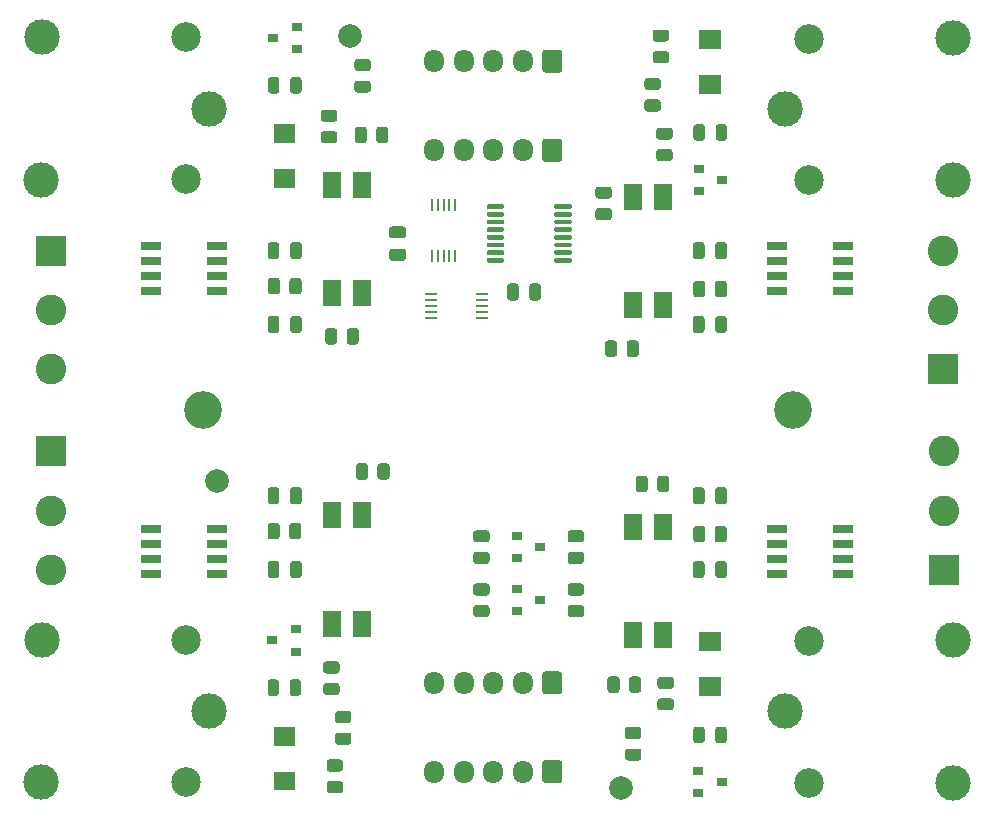
<source format=gts>
G04 #@! TF.GenerationSoftware,KiCad,Pcbnew,5.1.10*
G04 #@! TF.CreationDate,2021-06-18T04:30:29+02:00*
G04 #@! TF.ProjectId,power-extender,706f7765-722d-4657-9874-656e6465722e,1*
G04 #@! TF.SameCoordinates,Original*
G04 #@! TF.FileFunction,Soldermask,Top*
G04 #@! TF.FilePolarity,Negative*
%FSLAX46Y46*%
G04 Gerber Fmt 4.6, Leading zero omitted, Abs format (unit mm)*
G04 Created by KiCad (PCBNEW 5.1.10) date 2021-06-18 04:30:29*
%MOMM*%
%LPD*%
G01*
G04 APERTURE LIST*
%ADD10R,1.750000X0.650000*%
%ADD11C,0.150000*%
%ADD12R,0.250000X1.100000*%
%ADD13R,1.100000X0.250000*%
%ADD14R,0.900000X0.800000*%
%ADD15C,3.000000*%
%ADD16C,2.500000*%
%ADD17R,1.500000X2.200000*%
%ADD18C,2.600000*%
%ADD19R,2.600000X2.600000*%
%ADD20C,2.000000*%
%ADD21O,1.700000X1.950000*%
%ADD22C,3.200000*%
G04 APERTURE END LIST*
D10*
X119450000Y-90405000D03*
X125050000Y-90405000D03*
X119450000Y-89135000D03*
X125050000Y-89135000D03*
X119450000Y-87865000D03*
X125050000Y-87865000D03*
X119450000Y-86595000D03*
X125050000Y-86595000D03*
X178050000Y-86595000D03*
X172450000Y-86595000D03*
X178050000Y-87865000D03*
X172450000Y-87865000D03*
X178050000Y-89135000D03*
X172450000Y-89135000D03*
X178050000Y-90405000D03*
X172450000Y-90405000D03*
D11*
G36*
X165850000Y-69900000D02*
G01*
X165850000Y-68300000D01*
X167650000Y-68300000D01*
X167650000Y-69900000D01*
X165850000Y-69900000D01*
G37*
G36*
X165850000Y-73700000D02*
G01*
X165850000Y-72100000D01*
X167650000Y-72100000D01*
X167650000Y-73700000D01*
X165850000Y-73700000D01*
G37*
G36*
X165850000Y-120900000D02*
G01*
X165850000Y-119300000D01*
X167650000Y-119300000D01*
X167650000Y-120900000D01*
X165850000Y-120900000D01*
G37*
G36*
X165850000Y-124700000D02*
G01*
X165850000Y-123100000D01*
X167650000Y-123100000D01*
X167650000Y-124700000D01*
X165850000Y-124700000D01*
G37*
G36*
X131650000Y-131100000D02*
G01*
X131650000Y-132700000D01*
X129850000Y-132700000D01*
X129850000Y-131100000D01*
X131650000Y-131100000D01*
G37*
G36*
X131650000Y-127300000D02*
G01*
X131650000Y-128900000D01*
X129850000Y-128900000D01*
X129850000Y-127300000D01*
X131650000Y-127300000D01*
G37*
G36*
X131650000Y-80100000D02*
G01*
X131650000Y-81700000D01*
X129850000Y-81700000D01*
X129850000Y-80100000D01*
X131650000Y-80100000D01*
G37*
G36*
X131650000Y-76300000D02*
G01*
X131650000Y-77900000D01*
X129850000Y-77900000D01*
X129850000Y-76300000D01*
X131650000Y-76300000D01*
G37*
G36*
G01*
X135150001Y-122800000D02*
X134249999Y-122800000D01*
G75*
G02*
X134000000Y-122550001I0J249999D01*
G01*
X134000000Y-122024999D01*
G75*
G02*
X134249999Y-121775000I249999J0D01*
G01*
X135150001Y-121775000D01*
G75*
G02*
X135400000Y-122024999I0J-249999D01*
G01*
X135400000Y-122550001D01*
G75*
G02*
X135150001Y-122800000I-249999J0D01*
G01*
G37*
G36*
G01*
X135150001Y-124625000D02*
X134249999Y-124625000D01*
G75*
G02*
X134000000Y-124375001I0J249999D01*
G01*
X134000000Y-123849999D01*
G75*
G02*
X134249999Y-123600000I249999J0D01*
G01*
X135150001Y-123600000D01*
G75*
G02*
X135400000Y-123849999I0J-249999D01*
G01*
X135400000Y-124375001D01*
G75*
G02*
X135150001Y-124625000I-249999J0D01*
G01*
G37*
G36*
G01*
X135450001Y-131100000D02*
X134549999Y-131100000D01*
G75*
G02*
X134300000Y-130850001I0J249999D01*
G01*
X134300000Y-130324999D01*
G75*
G02*
X134549999Y-130075000I249999J0D01*
G01*
X135450001Y-130075000D01*
G75*
G02*
X135700000Y-130324999I0J-249999D01*
G01*
X135700000Y-130850001D01*
G75*
G02*
X135450001Y-131100000I-249999J0D01*
G01*
G37*
G36*
G01*
X135450001Y-132925000D02*
X134549999Y-132925000D01*
G75*
G02*
X134300000Y-132675001I0J249999D01*
G01*
X134300000Y-132149999D01*
G75*
G02*
X134549999Y-131900000I249999J0D01*
G01*
X135450001Y-131900000D01*
G75*
G02*
X135700000Y-132149999I0J-249999D01*
G01*
X135700000Y-132675001D01*
G75*
G02*
X135450001Y-132925000I-249999J0D01*
G01*
G37*
G36*
G01*
X135249999Y-127800000D02*
X136150001Y-127800000D01*
G75*
G02*
X136400000Y-128049999I0J-249999D01*
G01*
X136400000Y-128575001D01*
G75*
G02*
X136150001Y-128825000I-249999J0D01*
G01*
X135249999Y-128825000D01*
G75*
G02*
X135000000Y-128575001I0J249999D01*
G01*
X135000000Y-128049999D01*
G75*
G02*
X135249999Y-127800000I249999J0D01*
G01*
G37*
G36*
G01*
X135249999Y-125975000D02*
X136150001Y-125975000D01*
G75*
G02*
X136400000Y-126224999I0J-249999D01*
G01*
X136400000Y-126750001D01*
G75*
G02*
X136150001Y-127000000I-249999J0D01*
G01*
X135249999Y-127000000D01*
G75*
G02*
X135000000Y-126750001I0J249999D01*
G01*
X135000000Y-126224999D01*
G75*
G02*
X135249999Y-125975000I249999J0D01*
G01*
G37*
G36*
G01*
X137700000Y-76749999D02*
X137700000Y-77650001D01*
G75*
G02*
X137450001Y-77900000I-249999J0D01*
G01*
X136924999Y-77900000D01*
G75*
G02*
X136675000Y-77650001I0J249999D01*
G01*
X136675000Y-76749999D01*
G75*
G02*
X136924999Y-76500000I249999J0D01*
G01*
X137450001Y-76500000D01*
G75*
G02*
X137700000Y-76749999I0J-249999D01*
G01*
G37*
G36*
G01*
X139525000Y-76749999D02*
X139525000Y-77650001D01*
G75*
G02*
X139275001Y-77900000I-249999J0D01*
G01*
X138749999Y-77900000D01*
G75*
G02*
X138500000Y-77650001I0J249999D01*
G01*
X138500000Y-76749999D01*
G75*
G02*
X138749999Y-76500000I249999J0D01*
G01*
X139275001Y-76500000D01*
G75*
G02*
X139525000Y-76749999I0J-249999D01*
G01*
G37*
G36*
G01*
X137800001Y-71800000D02*
X136899999Y-71800000D01*
G75*
G02*
X136650000Y-71550001I0J249999D01*
G01*
X136650000Y-71024999D01*
G75*
G02*
X136899999Y-70775000I249999J0D01*
G01*
X137800001Y-70775000D01*
G75*
G02*
X138050000Y-71024999I0J-249999D01*
G01*
X138050000Y-71550001D01*
G75*
G02*
X137800001Y-71800000I-249999J0D01*
G01*
G37*
G36*
G01*
X137800001Y-73625000D02*
X136899999Y-73625000D01*
G75*
G02*
X136650000Y-73375001I0J249999D01*
G01*
X136650000Y-72849999D01*
G75*
G02*
X136899999Y-72600000I249999J0D01*
G01*
X137800001Y-72600000D01*
G75*
G02*
X138050000Y-72849999I0J-249999D01*
G01*
X138050000Y-73375001D01*
G75*
G02*
X137800001Y-73625000I-249999J0D01*
G01*
G37*
D12*
X145200000Y-87450000D03*
X144700000Y-87450000D03*
X144200000Y-87450000D03*
X143700000Y-87450000D03*
X143200000Y-87450000D03*
X143200000Y-83150000D03*
X143700000Y-83150000D03*
X144200000Y-83150000D03*
X144700000Y-83150000D03*
X145200000Y-83150000D03*
G36*
G01*
X153575000Y-83375000D02*
X153575000Y-83175000D01*
G75*
G02*
X153675000Y-83075000I100000J0D01*
G01*
X154950000Y-83075000D01*
G75*
G02*
X155050000Y-83175000I0J-100000D01*
G01*
X155050000Y-83375000D01*
G75*
G02*
X154950000Y-83475000I-100000J0D01*
G01*
X153675000Y-83475000D01*
G75*
G02*
X153575000Y-83375000I0J100000D01*
G01*
G37*
G36*
G01*
X153575000Y-84025000D02*
X153575000Y-83825000D01*
G75*
G02*
X153675000Y-83725000I100000J0D01*
G01*
X154950000Y-83725000D01*
G75*
G02*
X155050000Y-83825000I0J-100000D01*
G01*
X155050000Y-84025000D01*
G75*
G02*
X154950000Y-84125000I-100000J0D01*
G01*
X153675000Y-84125000D01*
G75*
G02*
X153575000Y-84025000I0J100000D01*
G01*
G37*
G36*
G01*
X153575000Y-84675000D02*
X153575000Y-84475000D01*
G75*
G02*
X153675000Y-84375000I100000J0D01*
G01*
X154950000Y-84375000D01*
G75*
G02*
X155050000Y-84475000I0J-100000D01*
G01*
X155050000Y-84675000D01*
G75*
G02*
X154950000Y-84775000I-100000J0D01*
G01*
X153675000Y-84775000D01*
G75*
G02*
X153575000Y-84675000I0J100000D01*
G01*
G37*
G36*
G01*
X153575000Y-85325000D02*
X153575000Y-85125000D01*
G75*
G02*
X153675000Y-85025000I100000J0D01*
G01*
X154950000Y-85025000D01*
G75*
G02*
X155050000Y-85125000I0J-100000D01*
G01*
X155050000Y-85325000D01*
G75*
G02*
X154950000Y-85425000I-100000J0D01*
G01*
X153675000Y-85425000D01*
G75*
G02*
X153575000Y-85325000I0J100000D01*
G01*
G37*
G36*
G01*
X153575000Y-85975000D02*
X153575000Y-85775000D01*
G75*
G02*
X153675000Y-85675000I100000J0D01*
G01*
X154950000Y-85675000D01*
G75*
G02*
X155050000Y-85775000I0J-100000D01*
G01*
X155050000Y-85975000D01*
G75*
G02*
X154950000Y-86075000I-100000J0D01*
G01*
X153675000Y-86075000D01*
G75*
G02*
X153575000Y-85975000I0J100000D01*
G01*
G37*
G36*
G01*
X153575000Y-86625000D02*
X153575000Y-86425000D01*
G75*
G02*
X153675000Y-86325000I100000J0D01*
G01*
X154950000Y-86325000D01*
G75*
G02*
X155050000Y-86425000I0J-100000D01*
G01*
X155050000Y-86625000D01*
G75*
G02*
X154950000Y-86725000I-100000J0D01*
G01*
X153675000Y-86725000D01*
G75*
G02*
X153575000Y-86625000I0J100000D01*
G01*
G37*
G36*
G01*
X153575000Y-87275000D02*
X153575000Y-87075000D01*
G75*
G02*
X153675000Y-86975000I100000J0D01*
G01*
X154950000Y-86975000D01*
G75*
G02*
X155050000Y-87075000I0J-100000D01*
G01*
X155050000Y-87275000D01*
G75*
G02*
X154950000Y-87375000I-100000J0D01*
G01*
X153675000Y-87375000D01*
G75*
G02*
X153575000Y-87275000I0J100000D01*
G01*
G37*
G36*
G01*
X153575000Y-87925000D02*
X153575000Y-87725000D01*
G75*
G02*
X153675000Y-87625000I100000J0D01*
G01*
X154950000Y-87625000D01*
G75*
G02*
X155050000Y-87725000I0J-100000D01*
G01*
X155050000Y-87925000D01*
G75*
G02*
X154950000Y-88025000I-100000J0D01*
G01*
X153675000Y-88025000D01*
G75*
G02*
X153575000Y-87925000I0J100000D01*
G01*
G37*
G36*
G01*
X147850000Y-87925000D02*
X147850000Y-87725000D01*
G75*
G02*
X147950000Y-87625000I100000J0D01*
G01*
X149225000Y-87625000D01*
G75*
G02*
X149325000Y-87725000I0J-100000D01*
G01*
X149325000Y-87925000D01*
G75*
G02*
X149225000Y-88025000I-100000J0D01*
G01*
X147950000Y-88025000D01*
G75*
G02*
X147850000Y-87925000I0J100000D01*
G01*
G37*
G36*
G01*
X147850000Y-87275000D02*
X147850000Y-87075000D01*
G75*
G02*
X147950000Y-86975000I100000J0D01*
G01*
X149225000Y-86975000D01*
G75*
G02*
X149325000Y-87075000I0J-100000D01*
G01*
X149325000Y-87275000D01*
G75*
G02*
X149225000Y-87375000I-100000J0D01*
G01*
X147950000Y-87375000D01*
G75*
G02*
X147850000Y-87275000I0J100000D01*
G01*
G37*
G36*
G01*
X147850000Y-86625000D02*
X147850000Y-86425000D01*
G75*
G02*
X147950000Y-86325000I100000J0D01*
G01*
X149225000Y-86325000D01*
G75*
G02*
X149325000Y-86425000I0J-100000D01*
G01*
X149325000Y-86625000D01*
G75*
G02*
X149225000Y-86725000I-100000J0D01*
G01*
X147950000Y-86725000D01*
G75*
G02*
X147850000Y-86625000I0J100000D01*
G01*
G37*
G36*
G01*
X147850000Y-85975000D02*
X147850000Y-85775000D01*
G75*
G02*
X147950000Y-85675000I100000J0D01*
G01*
X149225000Y-85675000D01*
G75*
G02*
X149325000Y-85775000I0J-100000D01*
G01*
X149325000Y-85975000D01*
G75*
G02*
X149225000Y-86075000I-100000J0D01*
G01*
X147950000Y-86075000D01*
G75*
G02*
X147850000Y-85975000I0J100000D01*
G01*
G37*
G36*
G01*
X147850000Y-85325000D02*
X147850000Y-85125000D01*
G75*
G02*
X147950000Y-85025000I100000J0D01*
G01*
X149225000Y-85025000D01*
G75*
G02*
X149325000Y-85125000I0J-100000D01*
G01*
X149325000Y-85325000D01*
G75*
G02*
X149225000Y-85425000I-100000J0D01*
G01*
X147950000Y-85425000D01*
G75*
G02*
X147850000Y-85325000I0J100000D01*
G01*
G37*
G36*
G01*
X147850000Y-84675000D02*
X147850000Y-84475000D01*
G75*
G02*
X147950000Y-84375000I100000J0D01*
G01*
X149225000Y-84375000D01*
G75*
G02*
X149325000Y-84475000I0J-100000D01*
G01*
X149325000Y-84675000D01*
G75*
G02*
X149225000Y-84775000I-100000J0D01*
G01*
X147950000Y-84775000D01*
G75*
G02*
X147850000Y-84675000I0J100000D01*
G01*
G37*
G36*
G01*
X147850000Y-84025000D02*
X147850000Y-83825000D01*
G75*
G02*
X147950000Y-83725000I100000J0D01*
G01*
X149225000Y-83725000D01*
G75*
G02*
X149325000Y-83825000I0J-100000D01*
G01*
X149325000Y-84025000D01*
G75*
G02*
X149225000Y-84125000I-100000J0D01*
G01*
X147950000Y-84125000D01*
G75*
G02*
X147850000Y-84025000I0J100000D01*
G01*
G37*
G36*
G01*
X147850000Y-83375000D02*
X147850000Y-83175000D01*
G75*
G02*
X147950000Y-83075000I100000J0D01*
G01*
X149225000Y-83075000D01*
G75*
G02*
X149325000Y-83175000I0J-100000D01*
G01*
X149325000Y-83375000D01*
G75*
G02*
X149225000Y-83475000I-100000J0D01*
G01*
X147950000Y-83475000D01*
G75*
G02*
X147850000Y-83375000I0J100000D01*
G01*
G37*
G36*
G01*
X159900000Y-124200001D02*
X159900000Y-123299999D01*
G75*
G02*
X160149999Y-123050000I249999J0D01*
G01*
X160675001Y-123050000D01*
G75*
G02*
X160925000Y-123299999I0J-249999D01*
G01*
X160925000Y-124200001D01*
G75*
G02*
X160675001Y-124450000I-249999J0D01*
G01*
X160149999Y-124450000D01*
G75*
G02*
X159900000Y-124200001I0J249999D01*
G01*
G37*
G36*
G01*
X158075000Y-124200001D02*
X158075000Y-123299999D01*
G75*
G02*
X158324999Y-123050000I249999J0D01*
G01*
X158850001Y-123050000D01*
G75*
G02*
X159100000Y-123299999I0J-249999D01*
G01*
X159100000Y-124200001D01*
G75*
G02*
X158850001Y-124450000I-249999J0D01*
G01*
X158324999Y-124450000D01*
G75*
G02*
X158075000Y-124200001I0J249999D01*
G01*
G37*
D13*
X147450000Y-90700000D03*
X147450000Y-91200000D03*
X147450000Y-91700000D03*
X147450000Y-92200000D03*
X147450000Y-92700000D03*
X143150000Y-92700000D03*
X143150000Y-92200000D03*
X143150000Y-91700000D03*
X143150000Y-91200000D03*
X143150000Y-90700000D03*
D14*
X167800000Y-81000000D03*
X165800000Y-81950000D03*
X165800000Y-80050000D03*
G36*
G01*
X162149999Y-70100000D02*
X163050001Y-70100000D01*
G75*
G02*
X163300000Y-70349999I0J-249999D01*
G01*
X163300000Y-70875001D01*
G75*
G02*
X163050001Y-71125000I-249999J0D01*
G01*
X162149999Y-71125000D01*
G75*
G02*
X161900000Y-70875001I0J249999D01*
G01*
X161900000Y-70349999D01*
G75*
G02*
X162149999Y-70100000I249999J0D01*
G01*
G37*
G36*
G01*
X162149999Y-68275000D02*
X163050001Y-68275000D01*
G75*
G02*
X163300000Y-68524999I0J-249999D01*
G01*
X163300000Y-69050001D01*
G75*
G02*
X163050001Y-69300000I-249999J0D01*
G01*
X162149999Y-69300000D01*
G75*
G02*
X161900000Y-69050001I0J249999D01*
G01*
X161900000Y-68524999D01*
G75*
G02*
X162149999Y-68275000I249999J0D01*
G01*
G37*
G36*
G01*
X167170000Y-90700001D02*
X167170000Y-89799999D01*
G75*
G02*
X167419999Y-89550000I249999J0D01*
G01*
X167945001Y-89550000D01*
G75*
G02*
X168195000Y-89799999I0J-249999D01*
G01*
X168195000Y-90700001D01*
G75*
G02*
X167945001Y-90950000I-249999J0D01*
G01*
X167419999Y-90950000D01*
G75*
G02*
X167170000Y-90700001I0J249999D01*
G01*
G37*
G36*
G01*
X165345000Y-90700001D02*
X165345000Y-89799999D01*
G75*
G02*
X165594999Y-89550000I249999J0D01*
G01*
X166120001Y-89550000D01*
G75*
G02*
X166370000Y-89799999I0J-249999D01*
G01*
X166370000Y-90700001D01*
G75*
G02*
X166120001Y-90950000I-249999J0D01*
G01*
X165594999Y-90950000D01*
G75*
G02*
X165345000Y-90700001I0J249999D01*
G01*
G37*
D15*
X173150000Y-75000000D03*
D16*
X175100000Y-69050000D03*
D15*
X187350000Y-69000000D03*
X187300000Y-81050000D03*
D16*
X175100000Y-81050000D03*
G36*
G01*
X166330000Y-76543750D02*
X166330000Y-77456250D01*
G75*
G02*
X166086250Y-77700000I-243750J0D01*
G01*
X165598750Y-77700000D01*
G75*
G02*
X165355000Y-77456250I0J243750D01*
G01*
X165355000Y-76543750D01*
G75*
G02*
X165598750Y-76300000I243750J0D01*
G01*
X166086250Y-76300000D01*
G75*
G02*
X166330000Y-76543750I0J-243750D01*
G01*
G37*
G36*
G01*
X168205000Y-76543750D02*
X168205000Y-77456250D01*
G75*
G02*
X167961250Y-77700000I-243750J0D01*
G01*
X167473750Y-77700000D01*
G75*
G02*
X167230000Y-77456250I0J243750D01*
G01*
X167230000Y-76543750D01*
G75*
G02*
X167473750Y-76300000I243750J0D01*
G01*
X167961250Y-76300000D01*
G75*
G02*
X168205000Y-76543750I0J-243750D01*
G01*
G37*
G36*
G01*
X162449999Y-78400000D02*
X163350001Y-78400000D01*
G75*
G02*
X163600000Y-78649999I0J-249999D01*
G01*
X163600000Y-79175001D01*
G75*
G02*
X163350001Y-79425000I-249999J0D01*
G01*
X162449999Y-79425000D01*
G75*
G02*
X162200000Y-79175001I0J249999D01*
G01*
X162200000Y-78649999D01*
G75*
G02*
X162449999Y-78400000I249999J0D01*
G01*
G37*
G36*
G01*
X162449999Y-76575000D02*
X163350001Y-76575000D01*
G75*
G02*
X163600000Y-76824999I0J-249999D01*
G01*
X163600000Y-77350001D01*
G75*
G02*
X163350001Y-77600000I-249999J0D01*
G01*
X162449999Y-77600000D01*
G75*
G02*
X162200000Y-77350001I0J249999D01*
G01*
X162200000Y-76824999D01*
G75*
G02*
X162449999Y-76575000I249999J0D01*
G01*
G37*
D17*
X162770000Y-91580000D03*
X162770000Y-82420000D03*
X160230000Y-91580000D03*
X160230000Y-82420000D03*
G36*
G01*
X166300000Y-92775000D02*
X166300000Y-93725000D01*
G75*
G02*
X166050000Y-93975000I-250000J0D01*
G01*
X165550000Y-93975000D01*
G75*
G02*
X165300000Y-93725000I0J250000D01*
G01*
X165300000Y-92775000D01*
G75*
G02*
X165550000Y-92525000I250000J0D01*
G01*
X166050000Y-92525000D01*
G75*
G02*
X166300000Y-92775000I0J-250000D01*
G01*
G37*
G36*
G01*
X168200000Y-92775000D02*
X168200000Y-93725000D01*
G75*
G02*
X167950000Y-93975000I-250000J0D01*
G01*
X167450000Y-93975000D01*
G75*
G02*
X167200000Y-93725000I0J250000D01*
G01*
X167200000Y-92775000D01*
G75*
G02*
X167450000Y-92525000I250000J0D01*
G01*
X167950000Y-92525000D01*
G75*
G02*
X168200000Y-92775000I0J-250000D01*
G01*
G37*
G36*
G01*
X167200000Y-87475000D02*
X167200000Y-86525000D01*
G75*
G02*
X167450000Y-86275000I250000J0D01*
G01*
X167950000Y-86275000D01*
G75*
G02*
X168200000Y-86525000I0J-250000D01*
G01*
X168200000Y-87475000D01*
G75*
G02*
X167950000Y-87725000I-250000J0D01*
G01*
X167450000Y-87725000D01*
G75*
G02*
X167200000Y-87475000I0J250000D01*
G01*
G37*
G36*
G01*
X165300000Y-87475000D02*
X165300000Y-86525000D01*
G75*
G02*
X165550000Y-86275000I250000J0D01*
G01*
X166050000Y-86275000D01*
G75*
G02*
X166300000Y-86525000I0J-250000D01*
G01*
X166300000Y-87475000D01*
G75*
G02*
X166050000Y-87725000I-250000J0D01*
G01*
X165550000Y-87725000D01*
G75*
G02*
X165300000Y-87475000I0J250000D01*
G01*
G37*
D18*
X186500000Y-87000000D03*
X186500000Y-92000000D03*
D19*
X186500000Y-97000000D03*
D10*
X178050000Y-110595000D03*
X172450000Y-110595000D03*
X178050000Y-111865000D03*
X172450000Y-111865000D03*
X178050000Y-113135000D03*
X172450000Y-113135000D03*
X178050000Y-114405000D03*
X172450000Y-114405000D03*
D14*
X167750000Y-132000000D03*
X165750000Y-132950000D03*
X165750000Y-131050000D03*
G36*
G01*
X159700000Y-95750001D02*
X159700000Y-94849999D01*
G75*
G02*
X159949999Y-94600000I249999J0D01*
G01*
X160475001Y-94600000D01*
G75*
G02*
X160725000Y-94849999I0J-249999D01*
G01*
X160725000Y-95750001D01*
G75*
G02*
X160475001Y-96000000I-249999J0D01*
G01*
X159949999Y-96000000D01*
G75*
G02*
X159700000Y-95750001I0J249999D01*
G01*
G37*
G36*
G01*
X157875000Y-95750001D02*
X157875000Y-94849999D01*
G75*
G02*
X158124999Y-94600000I249999J0D01*
G01*
X158650001Y-94600000D01*
G75*
G02*
X158900000Y-94849999I0J-249999D01*
G01*
X158900000Y-95750001D01*
G75*
G02*
X158650001Y-96000000I-249999J0D01*
G01*
X158124999Y-96000000D01*
G75*
G02*
X157875000Y-95750001I0J249999D01*
G01*
G37*
G36*
G01*
X167200000Y-108225000D02*
X167200000Y-107275000D01*
G75*
G02*
X167450000Y-107025000I250000J0D01*
G01*
X167950000Y-107025000D01*
G75*
G02*
X168200000Y-107275000I0J-250000D01*
G01*
X168200000Y-108225000D01*
G75*
G02*
X167950000Y-108475000I-250000J0D01*
G01*
X167450000Y-108475000D01*
G75*
G02*
X167200000Y-108225000I0J250000D01*
G01*
G37*
G36*
G01*
X165300000Y-108225000D02*
X165300000Y-107275000D01*
G75*
G02*
X165550000Y-107025000I250000J0D01*
G01*
X166050000Y-107025000D01*
G75*
G02*
X166300000Y-107275000I0J-250000D01*
G01*
X166300000Y-108225000D01*
G75*
G02*
X166050000Y-108475000I-250000J0D01*
G01*
X165550000Y-108475000D01*
G75*
G02*
X165300000Y-108225000I0J250000D01*
G01*
G37*
G36*
G01*
X162549999Y-124900000D02*
X163450001Y-124900000D01*
G75*
G02*
X163700000Y-125149999I0J-249999D01*
G01*
X163700000Y-125675001D01*
G75*
G02*
X163450001Y-125925000I-249999J0D01*
G01*
X162549999Y-125925000D01*
G75*
G02*
X162300000Y-125675001I0J249999D01*
G01*
X162300000Y-125149999D01*
G75*
G02*
X162549999Y-124900000I249999J0D01*
G01*
G37*
G36*
G01*
X162549999Y-123075000D02*
X163450001Y-123075000D01*
G75*
G02*
X163700000Y-123324999I0J-249999D01*
G01*
X163700000Y-123850001D01*
G75*
G02*
X163450001Y-124100000I-249999J0D01*
G01*
X162549999Y-124100000D01*
G75*
G02*
X162300000Y-123850001I0J249999D01*
G01*
X162300000Y-123324999D01*
G75*
G02*
X162549999Y-123075000I249999J0D01*
G01*
G37*
G36*
G01*
X167150000Y-111450001D02*
X167150000Y-110549999D01*
G75*
G02*
X167399999Y-110300000I249999J0D01*
G01*
X167925001Y-110300000D01*
G75*
G02*
X168175000Y-110549999I0J-249999D01*
G01*
X168175000Y-111450001D01*
G75*
G02*
X167925001Y-111700000I-249999J0D01*
G01*
X167399999Y-111700000D01*
G75*
G02*
X167150000Y-111450001I0J249999D01*
G01*
G37*
G36*
G01*
X165325000Y-111450001D02*
X165325000Y-110549999D01*
G75*
G02*
X165574999Y-110300000I249999J0D01*
G01*
X166100001Y-110300000D01*
G75*
G02*
X166350000Y-110549999I0J-249999D01*
G01*
X166350000Y-111450001D01*
G75*
G02*
X166100001Y-111700000I-249999J0D01*
G01*
X165574999Y-111700000D01*
G75*
G02*
X165325000Y-111450001I0J249999D01*
G01*
G37*
G36*
G01*
X159799999Y-129150000D02*
X160700001Y-129150000D01*
G75*
G02*
X160950000Y-129399999I0J-249999D01*
G01*
X160950000Y-129925001D01*
G75*
G02*
X160700001Y-130175000I-249999J0D01*
G01*
X159799999Y-130175000D01*
G75*
G02*
X159550000Y-129925001I0J249999D01*
G01*
X159550000Y-129399999D01*
G75*
G02*
X159799999Y-129150000I249999J0D01*
G01*
G37*
G36*
G01*
X159799999Y-127325000D02*
X160700001Y-127325000D01*
G75*
G02*
X160950000Y-127574999I0J-249999D01*
G01*
X160950000Y-128100001D01*
G75*
G02*
X160700001Y-128350000I-249999J0D01*
G01*
X159799999Y-128350000D01*
G75*
G02*
X159550000Y-128100001I0J249999D01*
G01*
X159550000Y-127574999D01*
G75*
G02*
X159799999Y-127325000I249999J0D01*
G01*
G37*
G36*
G01*
X162300000Y-107200001D02*
X162300000Y-106299999D01*
G75*
G02*
X162549999Y-106050000I249999J0D01*
G01*
X163075001Y-106050000D01*
G75*
G02*
X163325000Y-106299999I0J-249999D01*
G01*
X163325000Y-107200001D01*
G75*
G02*
X163075001Y-107450000I-249999J0D01*
G01*
X162549999Y-107450000D01*
G75*
G02*
X162300000Y-107200001I0J249999D01*
G01*
G37*
G36*
G01*
X160475000Y-107200001D02*
X160475000Y-106299999D01*
G75*
G02*
X160724999Y-106050000I249999J0D01*
G01*
X161250001Y-106050000D01*
G75*
G02*
X161500000Y-106299999I0J-249999D01*
G01*
X161500000Y-107200001D01*
G75*
G02*
X161250001Y-107450000I-249999J0D01*
G01*
X160724999Y-107450000D01*
G75*
G02*
X160475000Y-107200001I0J249999D01*
G01*
G37*
G36*
G01*
X166300000Y-127543750D02*
X166300000Y-128456250D01*
G75*
G02*
X166056250Y-128700000I-243750J0D01*
G01*
X165568750Y-128700000D01*
G75*
G02*
X165325000Y-128456250I0J243750D01*
G01*
X165325000Y-127543750D01*
G75*
G02*
X165568750Y-127300000I243750J0D01*
G01*
X166056250Y-127300000D01*
G75*
G02*
X166300000Y-127543750I0J-243750D01*
G01*
G37*
G36*
G01*
X168175000Y-127543750D02*
X168175000Y-128456250D01*
G75*
G02*
X167931250Y-128700000I-243750J0D01*
G01*
X167443750Y-128700000D01*
G75*
G02*
X167200000Y-128456250I0J243750D01*
G01*
X167200000Y-127543750D01*
G75*
G02*
X167443750Y-127300000I243750J0D01*
G01*
X167931250Y-127300000D01*
G75*
G02*
X168175000Y-127543750I0J-243750D01*
G01*
G37*
G36*
G01*
X166300000Y-113525000D02*
X166300000Y-114475000D01*
G75*
G02*
X166050000Y-114725000I-250000J0D01*
G01*
X165550000Y-114725000D01*
G75*
G02*
X165300000Y-114475000I0J250000D01*
G01*
X165300000Y-113525000D01*
G75*
G02*
X165550000Y-113275000I250000J0D01*
G01*
X166050000Y-113275000D01*
G75*
G02*
X166300000Y-113525000I0J-250000D01*
G01*
G37*
G36*
G01*
X168200000Y-113525000D02*
X168200000Y-114475000D01*
G75*
G02*
X167950000Y-114725000I-250000J0D01*
G01*
X167450000Y-114725000D01*
G75*
G02*
X167200000Y-114475000I0J250000D01*
G01*
X167200000Y-113525000D01*
G75*
G02*
X167450000Y-113275000I250000J0D01*
G01*
X167950000Y-113275000D01*
G75*
G02*
X168200000Y-113525000I0J-250000D01*
G01*
G37*
D17*
X160230000Y-110420000D03*
X160230000Y-119580000D03*
X162770000Y-110420000D03*
X162770000Y-119580000D03*
D15*
X173150000Y-126000000D03*
D16*
X175100000Y-120050000D03*
D15*
X187350000Y-120000000D03*
X187300000Y-132050000D03*
D16*
X175100000Y-132050000D03*
D18*
X186550000Y-104000000D03*
X186550000Y-109000000D03*
D19*
X186550000Y-114000000D03*
D10*
X119450000Y-114405000D03*
X125050000Y-114405000D03*
X119450000Y-113135000D03*
X125050000Y-113135000D03*
X119450000Y-111865000D03*
X125050000Y-111865000D03*
X119450000Y-110595000D03*
X125050000Y-110595000D03*
D14*
X129700000Y-120000000D03*
X131700000Y-119050000D03*
X131700000Y-120950000D03*
G36*
G01*
X130300000Y-113525000D02*
X130300000Y-114475000D01*
G75*
G02*
X130050000Y-114725000I-250000J0D01*
G01*
X129550000Y-114725000D01*
G75*
G02*
X129300000Y-114475000I0J250000D01*
G01*
X129300000Y-113525000D01*
G75*
G02*
X129550000Y-113275000I250000J0D01*
G01*
X130050000Y-113275000D01*
G75*
G02*
X130300000Y-113525000I0J-250000D01*
G01*
G37*
G36*
G01*
X132200000Y-113525000D02*
X132200000Y-114475000D01*
G75*
G02*
X131950000Y-114725000I-250000J0D01*
G01*
X131450000Y-114725000D01*
G75*
G02*
X131200000Y-114475000I0J250000D01*
G01*
X131200000Y-113525000D01*
G75*
G02*
X131450000Y-113275000I250000J0D01*
G01*
X131950000Y-113275000D01*
G75*
G02*
X132200000Y-113525000I0J-250000D01*
G01*
G37*
G36*
G01*
X130330000Y-110299999D02*
X130330000Y-111200001D01*
G75*
G02*
X130080001Y-111450000I-249999J0D01*
G01*
X129554999Y-111450000D01*
G75*
G02*
X129305000Y-111200001I0J249999D01*
G01*
X129305000Y-110299999D01*
G75*
G02*
X129554999Y-110050000I249999J0D01*
G01*
X130080001Y-110050000D01*
G75*
G02*
X130330000Y-110299999I0J-249999D01*
G01*
G37*
G36*
G01*
X132155000Y-110299999D02*
X132155000Y-111200001D01*
G75*
G02*
X131905001Y-111450000I-249999J0D01*
G01*
X131379999Y-111450000D01*
G75*
G02*
X131130000Y-111200001I0J249999D01*
G01*
X131130000Y-110299999D01*
G75*
G02*
X131379999Y-110050000I249999J0D01*
G01*
X131905001Y-110050000D01*
G75*
G02*
X132155000Y-110299999I0J-249999D01*
G01*
G37*
G36*
G01*
X137800000Y-105249999D02*
X137800000Y-106150001D01*
G75*
G02*
X137550001Y-106400000I-249999J0D01*
G01*
X137024999Y-106400000D01*
G75*
G02*
X136775000Y-106150001I0J249999D01*
G01*
X136775000Y-105249999D01*
G75*
G02*
X137024999Y-105000000I249999J0D01*
G01*
X137550001Y-105000000D01*
G75*
G02*
X137800000Y-105249999I0J-249999D01*
G01*
G37*
G36*
G01*
X139625000Y-105249999D02*
X139625000Y-106150001D01*
G75*
G02*
X139375001Y-106400000I-249999J0D01*
G01*
X138849999Y-106400000D01*
G75*
G02*
X138600000Y-106150001I0J249999D01*
G01*
X138600000Y-105249999D01*
G75*
G02*
X138849999Y-105000000I249999J0D01*
G01*
X139375001Y-105000000D01*
G75*
G02*
X139625000Y-105249999I0J-249999D01*
G01*
G37*
G36*
G01*
X131170000Y-124456250D02*
X131170000Y-123543750D01*
G75*
G02*
X131413750Y-123300000I243750J0D01*
G01*
X131901250Y-123300000D01*
G75*
G02*
X132145000Y-123543750I0J-243750D01*
G01*
X132145000Y-124456250D01*
G75*
G02*
X131901250Y-124700000I-243750J0D01*
G01*
X131413750Y-124700000D01*
G75*
G02*
X131170000Y-124456250I0J243750D01*
G01*
G37*
G36*
G01*
X129295000Y-124456250D02*
X129295000Y-123543750D01*
G75*
G02*
X129538750Y-123300000I243750J0D01*
G01*
X130026250Y-123300000D01*
G75*
G02*
X130270000Y-123543750I0J-243750D01*
G01*
X130270000Y-124456250D01*
G75*
G02*
X130026250Y-124700000I-243750J0D01*
G01*
X129538750Y-124700000D01*
G75*
G02*
X129295000Y-124456250I0J243750D01*
G01*
G37*
G36*
G01*
X131200000Y-108225000D02*
X131200000Y-107275000D01*
G75*
G02*
X131450000Y-107025000I250000J0D01*
G01*
X131950000Y-107025000D01*
G75*
G02*
X132200000Y-107275000I0J-250000D01*
G01*
X132200000Y-108225000D01*
G75*
G02*
X131950000Y-108475000I-250000J0D01*
G01*
X131450000Y-108475000D01*
G75*
G02*
X131200000Y-108225000I0J250000D01*
G01*
G37*
G36*
G01*
X129300000Y-108225000D02*
X129300000Y-107275000D01*
G75*
G02*
X129550000Y-107025000I250000J0D01*
G01*
X130050000Y-107025000D01*
G75*
G02*
X130300000Y-107275000I0J-250000D01*
G01*
X130300000Y-108225000D01*
G75*
G02*
X130050000Y-108475000I-250000J0D01*
G01*
X129550000Y-108475000D01*
G75*
G02*
X129300000Y-108225000I0J250000D01*
G01*
G37*
D17*
X134730000Y-109420000D03*
X134730000Y-118580000D03*
X137270000Y-109420000D03*
X137270000Y-118580000D03*
D15*
X124350000Y-126000000D03*
D16*
X122400000Y-131950000D03*
D15*
X110150000Y-132000000D03*
X110200000Y-119950000D03*
D16*
X122400000Y-119950000D03*
D18*
X111000000Y-114000000D03*
X111000000Y-109000000D03*
D19*
X111000000Y-104000000D03*
D15*
X124350000Y-75000000D03*
D16*
X122400000Y-80950000D03*
D15*
X110150000Y-81000000D03*
X110200000Y-68950000D03*
D16*
X122400000Y-68950000D03*
D18*
X110950000Y-97000000D03*
X110950000Y-92000000D03*
D19*
X110950000Y-87000000D03*
D20*
X159250000Y-132500000D03*
X125000000Y-106500000D03*
X136300000Y-68800000D03*
D21*
X143400000Y-123600000D03*
X145900000Y-123600000D03*
X148400000Y-123600000D03*
X150900000Y-123600000D03*
G36*
G01*
X154250000Y-122875000D02*
X154250000Y-124325000D01*
G75*
G02*
X154000000Y-124575000I-250000J0D01*
G01*
X152800000Y-124575000D01*
G75*
G02*
X152550000Y-124325000I0J250000D01*
G01*
X152550000Y-122875000D01*
G75*
G02*
X152800000Y-122625000I250000J0D01*
G01*
X154000000Y-122625000D01*
G75*
G02*
X154250000Y-122875000I0J-250000D01*
G01*
G37*
D22*
X173800000Y-100500000D03*
X123800000Y-100500000D03*
D17*
X137270000Y-90580000D03*
X137270000Y-81420000D03*
X134730000Y-90580000D03*
X134730000Y-81420000D03*
G36*
G01*
X155850001Y-111700000D02*
X154949999Y-111700000D01*
G75*
G02*
X154700000Y-111450001I0J249999D01*
G01*
X154700000Y-110924999D01*
G75*
G02*
X154949999Y-110675000I249999J0D01*
G01*
X155850001Y-110675000D01*
G75*
G02*
X156100000Y-110924999I0J-249999D01*
G01*
X156100000Y-111450001D01*
G75*
G02*
X155850001Y-111700000I-249999J0D01*
G01*
G37*
G36*
G01*
X155850001Y-113525000D02*
X154949999Y-113525000D01*
G75*
G02*
X154700000Y-113275001I0J249999D01*
G01*
X154700000Y-112749999D01*
G75*
G02*
X154949999Y-112500000I249999J0D01*
G01*
X155850001Y-112500000D01*
G75*
G02*
X156100000Y-112749999I0J-249999D01*
G01*
X156100000Y-113275001D01*
G75*
G02*
X155850001Y-113525000I-249999J0D01*
G01*
G37*
G36*
G01*
X154949999Y-117000000D02*
X155850001Y-117000000D01*
G75*
G02*
X156100000Y-117249999I0J-249999D01*
G01*
X156100000Y-117775001D01*
G75*
G02*
X155850001Y-118025000I-249999J0D01*
G01*
X154949999Y-118025000D01*
G75*
G02*
X154700000Y-117775001I0J249999D01*
G01*
X154700000Y-117249999D01*
G75*
G02*
X154949999Y-117000000I249999J0D01*
G01*
G37*
G36*
G01*
X154949999Y-115175000D02*
X155850001Y-115175000D01*
G75*
G02*
X156100000Y-115424999I0J-249999D01*
G01*
X156100000Y-115950001D01*
G75*
G02*
X155850001Y-116200000I-249999J0D01*
G01*
X154949999Y-116200000D01*
G75*
G02*
X154700000Y-115950001I0J249999D01*
G01*
X154700000Y-115424999D01*
G75*
G02*
X154949999Y-115175000I249999J0D01*
G01*
G37*
G36*
G01*
X157299999Y-83400000D02*
X158200001Y-83400000D01*
G75*
G02*
X158450000Y-83649999I0J-249999D01*
G01*
X158450000Y-84175001D01*
G75*
G02*
X158200001Y-84425000I-249999J0D01*
G01*
X157299999Y-84425000D01*
G75*
G02*
X157050000Y-84175001I0J249999D01*
G01*
X157050000Y-83649999D01*
G75*
G02*
X157299999Y-83400000I249999J0D01*
G01*
G37*
G36*
G01*
X157299999Y-81575000D02*
X158200001Y-81575000D01*
G75*
G02*
X158450000Y-81824999I0J-249999D01*
G01*
X158450000Y-82350001D01*
G75*
G02*
X158200001Y-82600000I-249999J0D01*
G01*
X157299999Y-82600000D01*
G75*
G02*
X157050000Y-82350001I0J249999D01*
G01*
X157050000Y-81824999D01*
G75*
G02*
X157299999Y-81575000I249999J0D01*
G01*
G37*
G36*
G01*
X146949999Y-112500000D02*
X147850001Y-112500000D01*
G75*
G02*
X148100000Y-112749999I0J-249999D01*
G01*
X148100000Y-113275001D01*
G75*
G02*
X147850001Y-113525000I-249999J0D01*
G01*
X146949999Y-113525000D01*
G75*
G02*
X146700000Y-113275001I0J249999D01*
G01*
X146700000Y-112749999D01*
G75*
G02*
X146949999Y-112500000I249999J0D01*
G01*
G37*
G36*
G01*
X146949999Y-110675000D02*
X147850001Y-110675000D01*
G75*
G02*
X148100000Y-110924999I0J-249999D01*
G01*
X148100000Y-111450001D01*
G75*
G02*
X147850001Y-111700000I-249999J0D01*
G01*
X146949999Y-111700000D01*
G75*
G02*
X146700000Y-111450001I0J249999D01*
G01*
X146700000Y-110924999D01*
G75*
G02*
X146949999Y-110675000I249999J0D01*
G01*
G37*
G36*
G01*
X146949999Y-117000000D02*
X147850001Y-117000000D01*
G75*
G02*
X148100000Y-117249999I0J-249999D01*
G01*
X148100000Y-117775001D01*
G75*
G02*
X147850001Y-118025000I-249999J0D01*
G01*
X146949999Y-118025000D01*
G75*
G02*
X146700000Y-117775001I0J249999D01*
G01*
X146700000Y-117249999D01*
G75*
G02*
X146949999Y-117000000I249999J0D01*
G01*
G37*
G36*
G01*
X146949999Y-115175000D02*
X147850001Y-115175000D01*
G75*
G02*
X148100000Y-115424999I0J-249999D01*
G01*
X148100000Y-115950001D01*
G75*
G02*
X147850001Y-116200000I-249999J0D01*
G01*
X146949999Y-116200000D01*
G75*
G02*
X146700000Y-115950001I0J249999D01*
G01*
X146700000Y-115424999D01*
G75*
G02*
X146949999Y-115175000I249999J0D01*
G01*
G37*
G36*
G01*
X130350000Y-89549999D02*
X130350000Y-90450001D01*
G75*
G02*
X130100001Y-90700000I-249999J0D01*
G01*
X129574999Y-90700000D01*
G75*
G02*
X129325000Y-90450001I0J249999D01*
G01*
X129325000Y-89549999D01*
G75*
G02*
X129574999Y-89300000I249999J0D01*
G01*
X130100001Y-89300000D01*
G75*
G02*
X130350000Y-89549999I0J-249999D01*
G01*
G37*
G36*
G01*
X132175000Y-89549999D02*
X132175000Y-90450001D01*
G75*
G02*
X131925001Y-90700000I-249999J0D01*
G01*
X131399999Y-90700000D01*
G75*
G02*
X131150000Y-90450001I0J249999D01*
G01*
X131150000Y-89549999D01*
G75*
G02*
X131399999Y-89300000I249999J0D01*
G01*
X131925001Y-89300000D01*
G75*
G02*
X132175000Y-89549999I0J-249999D01*
G01*
G37*
G36*
G01*
X134950001Y-76100000D02*
X134049999Y-76100000D01*
G75*
G02*
X133800000Y-75850001I0J249999D01*
G01*
X133800000Y-75324999D01*
G75*
G02*
X134049999Y-75075000I249999J0D01*
G01*
X134950001Y-75075000D01*
G75*
G02*
X135200000Y-75324999I0J-249999D01*
G01*
X135200000Y-75850001D01*
G75*
G02*
X134950001Y-76100000I-249999J0D01*
G01*
G37*
G36*
G01*
X134950001Y-77925000D02*
X134049999Y-77925000D01*
G75*
G02*
X133800000Y-77675001I0J249999D01*
G01*
X133800000Y-77149999D01*
G75*
G02*
X134049999Y-76900000I249999J0D01*
G01*
X134950001Y-76900000D01*
G75*
G02*
X135200000Y-77149999I0J-249999D01*
G01*
X135200000Y-77675001D01*
G75*
G02*
X134950001Y-77925000I-249999J0D01*
G01*
G37*
G36*
G01*
X135200000Y-93799999D02*
X135200000Y-94700001D01*
G75*
G02*
X134950001Y-94950000I-249999J0D01*
G01*
X134424999Y-94950000D01*
G75*
G02*
X134175000Y-94700001I0J249999D01*
G01*
X134175000Y-93799999D01*
G75*
G02*
X134424999Y-93550000I249999J0D01*
G01*
X134950001Y-93550000D01*
G75*
G02*
X135200000Y-93799999I0J-249999D01*
G01*
G37*
G36*
G01*
X137025000Y-93799999D02*
X137025000Y-94700001D01*
G75*
G02*
X136775001Y-94950000I-249999J0D01*
G01*
X136249999Y-94950000D01*
G75*
G02*
X136000000Y-94700001I0J249999D01*
G01*
X136000000Y-93799999D01*
G75*
G02*
X136249999Y-93550000I249999J0D01*
G01*
X136775001Y-93550000D01*
G75*
G02*
X137025000Y-93799999I0J-249999D01*
G01*
G37*
D14*
X152400000Y-112100000D03*
X150400000Y-113050000D03*
X150400000Y-111150000D03*
X152400000Y-116600000D03*
X150400000Y-117550000D03*
X150400000Y-115650000D03*
D21*
X143400000Y-131100000D03*
X145900000Y-131100000D03*
X148400000Y-131100000D03*
X150900000Y-131100000D03*
G36*
G01*
X154250000Y-130375000D02*
X154250000Y-131825000D01*
G75*
G02*
X154000000Y-132075000I-250000J0D01*
G01*
X152800000Y-132075000D01*
G75*
G02*
X152550000Y-131825000I0J250000D01*
G01*
X152550000Y-130375000D01*
G75*
G02*
X152800000Y-130125000I250000J0D01*
G01*
X154000000Y-130125000D01*
G75*
G02*
X154250000Y-130375000I0J-250000D01*
G01*
G37*
G36*
G01*
X131200000Y-73456250D02*
X131200000Y-72543750D01*
G75*
G02*
X131443750Y-72300000I243750J0D01*
G01*
X131931250Y-72300000D01*
G75*
G02*
X132175000Y-72543750I0J-243750D01*
G01*
X132175000Y-73456250D01*
G75*
G02*
X131931250Y-73700000I-243750J0D01*
G01*
X131443750Y-73700000D01*
G75*
G02*
X131200000Y-73456250I0J243750D01*
G01*
G37*
G36*
G01*
X129325000Y-73456250D02*
X129325000Y-72543750D01*
G75*
G02*
X129568750Y-72300000I243750J0D01*
G01*
X130056250Y-72300000D01*
G75*
G02*
X130300000Y-72543750I0J-243750D01*
G01*
X130300000Y-73456250D01*
G75*
G02*
X130056250Y-73700000I-243750J0D01*
G01*
X129568750Y-73700000D01*
G75*
G02*
X129325000Y-73456250I0J243750D01*
G01*
G37*
G36*
G01*
X140775000Y-85950000D02*
X139825000Y-85950000D01*
G75*
G02*
X139575000Y-85700000I0J250000D01*
G01*
X139575000Y-85200000D01*
G75*
G02*
X139825000Y-84950000I250000J0D01*
G01*
X140775000Y-84950000D01*
G75*
G02*
X141025000Y-85200000I0J-250000D01*
G01*
X141025000Y-85700000D01*
G75*
G02*
X140775000Y-85950000I-250000J0D01*
G01*
G37*
G36*
G01*
X140775000Y-87850000D02*
X139825000Y-87850000D01*
G75*
G02*
X139575000Y-87600000I0J250000D01*
G01*
X139575000Y-87100000D01*
G75*
G02*
X139825000Y-86850000I250000J0D01*
G01*
X140775000Y-86850000D01*
G75*
G02*
X141025000Y-87100000I0J-250000D01*
G01*
X141025000Y-87600000D01*
G75*
G02*
X140775000Y-87850000I-250000J0D01*
G01*
G37*
G36*
G01*
X151450000Y-90975000D02*
X151450000Y-90025000D01*
G75*
G02*
X151700000Y-89775000I250000J0D01*
G01*
X152200000Y-89775000D01*
G75*
G02*
X152450000Y-90025000I0J-250000D01*
G01*
X152450000Y-90975000D01*
G75*
G02*
X152200000Y-91225000I-250000J0D01*
G01*
X151700000Y-91225000D01*
G75*
G02*
X151450000Y-90975000I0J250000D01*
G01*
G37*
G36*
G01*
X149550000Y-90975000D02*
X149550000Y-90025000D01*
G75*
G02*
X149800000Y-89775000I250000J0D01*
G01*
X150300000Y-89775000D01*
G75*
G02*
X150550000Y-90025000I0J-250000D01*
G01*
X150550000Y-90975000D01*
G75*
G02*
X150300000Y-91225000I-250000J0D01*
G01*
X149800000Y-91225000D01*
G75*
G02*
X149550000Y-90975000I0J250000D01*
G01*
G37*
G36*
G01*
X131200000Y-87475000D02*
X131200000Y-86525000D01*
G75*
G02*
X131450000Y-86275000I250000J0D01*
G01*
X131950000Y-86275000D01*
G75*
G02*
X132200000Y-86525000I0J-250000D01*
G01*
X132200000Y-87475000D01*
G75*
G02*
X131950000Y-87725000I-250000J0D01*
G01*
X131450000Y-87725000D01*
G75*
G02*
X131200000Y-87475000I0J250000D01*
G01*
G37*
G36*
G01*
X129300000Y-87475000D02*
X129300000Y-86525000D01*
G75*
G02*
X129550000Y-86275000I250000J0D01*
G01*
X130050000Y-86275000D01*
G75*
G02*
X130300000Y-86525000I0J-250000D01*
G01*
X130300000Y-87475000D01*
G75*
G02*
X130050000Y-87725000I-250000J0D01*
G01*
X129550000Y-87725000D01*
G75*
G02*
X129300000Y-87475000I0J250000D01*
G01*
G37*
G36*
G01*
X130300000Y-92775000D02*
X130300000Y-93725000D01*
G75*
G02*
X130050000Y-93975000I-250000J0D01*
G01*
X129550000Y-93975000D01*
G75*
G02*
X129300000Y-93725000I0J250000D01*
G01*
X129300000Y-92775000D01*
G75*
G02*
X129550000Y-92525000I250000J0D01*
G01*
X130050000Y-92525000D01*
G75*
G02*
X130300000Y-92775000I0J-250000D01*
G01*
G37*
G36*
G01*
X132200000Y-92775000D02*
X132200000Y-93725000D01*
G75*
G02*
X131950000Y-93975000I-250000J0D01*
G01*
X131450000Y-93975000D01*
G75*
G02*
X131200000Y-93725000I0J250000D01*
G01*
X131200000Y-92775000D01*
G75*
G02*
X131450000Y-92525000I250000J0D01*
G01*
X131950000Y-92525000D01*
G75*
G02*
X132200000Y-92775000I0J-250000D01*
G01*
G37*
D14*
X129750000Y-69000000D03*
X131750000Y-68050000D03*
X131750000Y-69950000D03*
D21*
X143400000Y-78500000D03*
X145900000Y-78500000D03*
X148400000Y-78500000D03*
X150900000Y-78500000D03*
G36*
G01*
X154250000Y-77775000D02*
X154250000Y-79225000D01*
G75*
G02*
X154000000Y-79475000I-250000J0D01*
G01*
X152800000Y-79475000D01*
G75*
G02*
X152550000Y-79225000I0J250000D01*
G01*
X152550000Y-77775000D01*
G75*
G02*
X152800000Y-77525000I250000J0D01*
G01*
X154000000Y-77525000D01*
G75*
G02*
X154250000Y-77775000I0J-250000D01*
G01*
G37*
X143400000Y-70950000D03*
X145900000Y-70950000D03*
X148400000Y-70950000D03*
X150900000Y-70950000D03*
G36*
G01*
X154250000Y-70225000D02*
X154250000Y-71675000D01*
G75*
G02*
X154000000Y-71925000I-250000J0D01*
G01*
X152800000Y-71925000D01*
G75*
G02*
X152550000Y-71675000I0J250000D01*
G01*
X152550000Y-70225000D01*
G75*
G02*
X152800000Y-69975000I250000J0D01*
G01*
X154000000Y-69975000D01*
G75*
G02*
X154250000Y-70225000I0J-250000D01*
G01*
G37*
G36*
G01*
X162350001Y-73400000D02*
X161449999Y-73400000D01*
G75*
G02*
X161200000Y-73150001I0J249999D01*
G01*
X161200000Y-72624999D01*
G75*
G02*
X161449999Y-72375000I249999J0D01*
G01*
X162350001Y-72375000D01*
G75*
G02*
X162600000Y-72624999I0J-249999D01*
G01*
X162600000Y-73150001D01*
G75*
G02*
X162350001Y-73400000I-249999J0D01*
G01*
G37*
G36*
G01*
X162350001Y-75225000D02*
X161449999Y-75225000D01*
G75*
G02*
X161200000Y-74975001I0J249999D01*
G01*
X161200000Y-74449999D01*
G75*
G02*
X161449999Y-74200000I249999J0D01*
G01*
X162350001Y-74200000D01*
G75*
G02*
X162600000Y-74449999I0J-249999D01*
G01*
X162600000Y-74975001D01*
G75*
G02*
X162350001Y-75225000I-249999J0D01*
G01*
G37*
M02*

</source>
